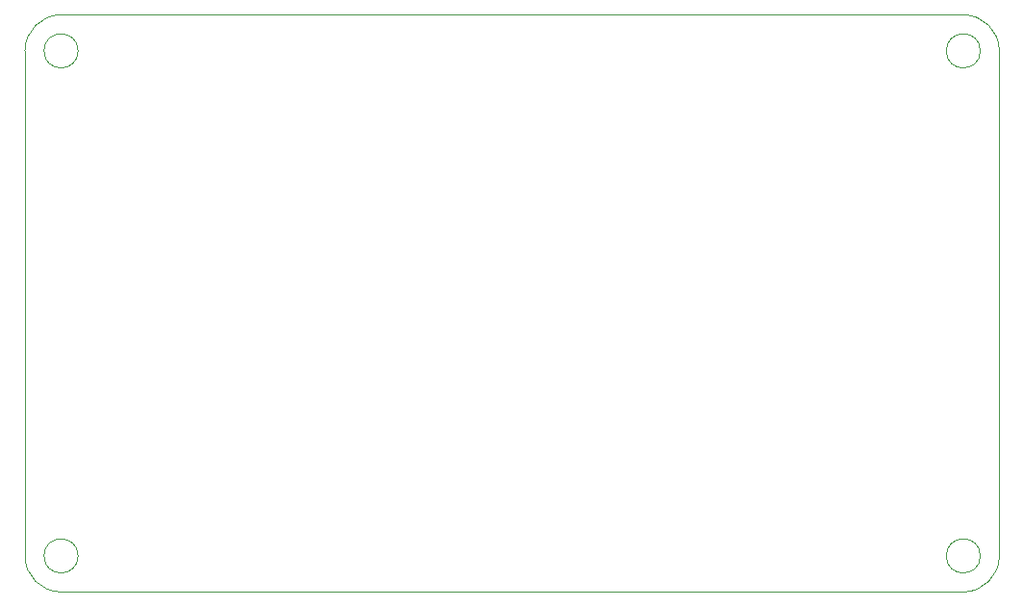
<source format=gm1>
%TF.GenerationSoftware,KiCad,Pcbnew,(5.1.9)-1*%
%TF.CreationDate,2021-12-11T14:55:59-08:00*%
%TF.ProjectId,GPS_Board,4750535f-426f-4617-9264-2e6b69636164,rev?*%
%TF.SameCoordinates,Original*%
%TF.FileFunction,Profile,NP*%
%FSLAX46Y46*%
G04 Gerber Fmt 4.6, Leading zero omitted, Abs format (unit mm)*
G04 Created by KiCad (PCBNEW (5.1.9)-1) date 2021-12-11 14:55:59*
%MOMM*%
%LPD*%
G01*
G04 APERTURE LIST*
%TA.AperFunction,Profile*%
%ADD10C,0.100000*%
%TD*%
G04 APERTURE END LIST*
D10*
X115800000Y-63499999D02*
G75*
G03*
X115800000Y-63499999I-1500000J0D01*
G01*
X196850000Y-107949999D02*
G75*
G02*
X193675000Y-111124999I-3175000J0D01*
G01*
X195175000Y-63500000D02*
G75*
G03*
X195175000Y-63500000I-1500000J0D01*
G01*
X195175000Y-107949999D02*
G75*
G03*
X195175000Y-107949999I-1500000J0D01*
G01*
X115800001Y-107949999D02*
G75*
G03*
X115800001Y-107949999I-1500000J0D01*
G01*
X111125001Y-107950000D02*
X111125001Y-63499999D01*
X114300002Y-111124999D02*
G75*
G02*
X111125001Y-107950000I-1J3175000D01*
G01*
X193675000Y-111124999D02*
X114300000Y-111124999D01*
X196850000Y-63499999D02*
X196850001Y-107950000D01*
X193674999Y-60325000D02*
G75*
G02*
X196850000Y-63499999I1J-3175000D01*
G01*
X114300000Y-60325000D02*
X193675000Y-60325000D01*
X111125000Y-63500000D02*
G75*
G02*
X114300000Y-60325000I3175000J0D01*
G01*
M02*

</source>
